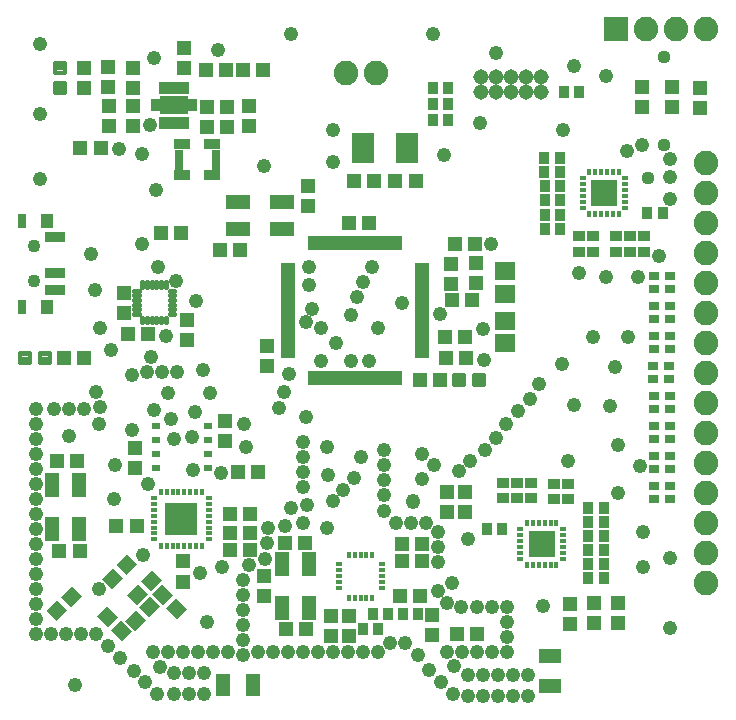
<source format=gts>
G75*
%MOIN*%
%OFA0B0*%
%FSLAX25Y25*%
%IPPOS*%
%LPD*%
%AMOC8*
5,1,8,0,0,1.08239X$1,22.5*
%
%ADD10R,0.04737X0.05131*%
%ADD11R,0.05131X0.04737*%
%ADD12R,0.02953X0.06693*%
%ADD13R,0.05315X0.03543*%
%ADD14R,0.06706X0.05918*%
%ADD15C,0.01421*%
%ADD16R,0.05131X0.01922*%
%ADD17R,0.01922X0.05131*%
%ADD18R,0.01969X0.04146*%
%ADD19R,0.03556X0.01902*%
%ADD20R,0.09448X0.06496*%
%ADD21R,0.07493X0.10249*%
%ADD22R,0.08280X0.05131*%
%ADD23C,0.08200*%
%ADD24R,0.04737X0.07493*%
%ADD25R,0.07493X0.04737*%
%ADD26R,0.03556X0.04343*%
%ADD27R,0.05131X0.08280*%
%ADD28R,0.03162X0.02375*%
%ADD29C,0.01706*%
%ADD30R,0.06706X0.03556*%
%ADD31R,0.03162X0.04737*%
%ADD32R,0.03950X0.04737*%
%ADD33C,0.04343*%
%ADD34R,0.02375X0.01784*%
%ADD35R,0.01784X0.02375*%
%ADD36R,0.10800X0.10800*%
%ADD37C,0.05162*%
%ADD38R,0.03753X0.02572*%
%ADD39R,0.08674X0.08674*%
%ADD40R,0.04343X0.03556*%
%ADD41R,0.08200X0.08200*%
%ADD42C,0.04762*%
%ADD43C,0.04369*%
D10*
X0110200Y0086154D03*
X0110200Y0092846D03*
X0137000Y0088046D03*
X0137000Y0081354D03*
X0159400Y0074546D03*
X0165400Y0074546D03*
X0165400Y0067854D03*
X0159400Y0067854D03*
X0193100Y0068454D03*
X0193100Y0075146D03*
X0198100Y0109354D03*
X0204200Y0109454D03*
X0204200Y0116146D03*
X0198100Y0116046D03*
X0239000Y0078546D03*
X0239000Y0071854D03*
X0247000Y0072254D03*
X0247000Y0078946D03*
X0255000Y0078946D03*
X0255000Y0072254D03*
X0207900Y0185554D03*
X0207900Y0192246D03*
X0199400Y0192046D03*
X0199400Y0185354D03*
X0151700Y0211454D03*
X0151700Y0218146D03*
X0132100Y0237854D03*
X0132100Y0244546D03*
X0124900Y0244446D03*
X0124900Y0237754D03*
X0118200Y0237554D03*
X0118200Y0244246D03*
X0110600Y0257254D03*
X0110600Y0263946D03*
X0093500Y0257246D03*
X0093500Y0250554D03*
X0085000Y0250854D03*
X0085000Y0257546D03*
X0077000Y0257446D03*
X0077000Y0250754D03*
X0085400Y0244546D03*
X0085400Y0237854D03*
X0093500Y0238054D03*
X0093500Y0244746D03*
X0090500Y0182446D03*
X0090500Y0175754D03*
X0111500Y0173346D03*
X0111500Y0166654D03*
X0138000Y0164546D03*
X0138000Y0157854D03*
X0124200Y0139646D03*
X0124200Y0132954D03*
X0094000Y0130646D03*
X0094000Y0123954D03*
X0263200Y0244254D03*
X0273200Y0244354D03*
X0273200Y0251046D03*
X0263200Y0250946D03*
X0282500Y0250546D03*
X0282500Y0243854D03*
D11*
X0207546Y0198500D03*
X0200854Y0198500D03*
X0199854Y0179900D03*
X0206546Y0179900D03*
X0204146Y0167600D03*
X0197454Y0167600D03*
X0197654Y0160700D03*
X0204346Y0160700D03*
X0195846Y0153200D03*
X0189154Y0153200D03*
X0172246Y0205800D03*
X0165554Y0205800D03*
X0167054Y0219600D03*
X0173746Y0219600D03*
X0180954Y0219600D03*
X0187646Y0219600D03*
X0136846Y0256700D03*
X0130154Y0256700D03*
X0124446Y0256700D03*
X0117754Y0256700D03*
X0082646Y0230600D03*
X0075954Y0230600D03*
X0102754Y0202400D03*
X0109446Y0202400D03*
X0122354Y0196600D03*
X0129046Y0196600D03*
X0098346Y0168700D03*
X0091654Y0168700D03*
X0077246Y0160500D03*
X0070554Y0160500D03*
X0068254Y0126300D03*
X0074946Y0126300D03*
X0087954Y0104600D03*
X0094646Y0104600D03*
G36*
X0087978Y0091727D02*
X0091605Y0095354D01*
X0094954Y0092005D01*
X0091327Y0088378D01*
X0087978Y0091727D01*
G37*
G36*
X0083246Y0086995D02*
X0086873Y0090622D01*
X0090222Y0087273D01*
X0086595Y0083646D01*
X0083246Y0086995D01*
G37*
G36*
X0069378Y0081027D02*
X0073005Y0084654D01*
X0076354Y0081305D01*
X0072727Y0077678D01*
X0069378Y0081027D01*
G37*
G36*
X0064646Y0076295D02*
X0068273Y0079922D01*
X0071622Y0076573D01*
X0067995Y0072946D01*
X0064646Y0076295D01*
G37*
X0068954Y0096300D03*
X0075646Y0096300D03*
G36*
X0091346Y0081595D02*
X0094973Y0085222D01*
X0098322Y0081873D01*
X0094695Y0078246D01*
X0091346Y0081595D01*
G37*
G36*
X0102454Y0078105D02*
X0098827Y0074478D01*
X0095478Y0077827D01*
X0099105Y0081454D01*
X0102454Y0078105D01*
G37*
G36*
X0103373Y0078478D02*
X0099746Y0082105D01*
X0103095Y0085454D01*
X0106722Y0081827D01*
X0103373Y0078478D01*
G37*
G36*
X0108105Y0073746D02*
X0104478Y0077373D01*
X0107827Y0080722D01*
X0111454Y0077095D01*
X0108105Y0073746D01*
G37*
G36*
X0096078Y0086327D02*
X0099705Y0089954D01*
X0103054Y0086605D01*
X0099427Y0082978D01*
X0096078Y0086327D01*
G37*
G36*
X0097722Y0073373D02*
X0094095Y0069746D01*
X0090746Y0073095D01*
X0094373Y0076722D01*
X0097722Y0073373D01*
G37*
G36*
X0089427Y0073222D02*
X0093054Y0069595D01*
X0089705Y0066246D01*
X0086078Y0069873D01*
X0089427Y0073222D01*
G37*
G36*
X0084695Y0077954D02*
X0088322Y0074327D01*
X0084973Y0070978D01*
X0081346Y0074605D01*
X0084695Y0077954D01*
G37*
X0125754Y0096600D03*
X0125754Y0102400D03*
X0125754Y0108500D03*
X0132446Y0108500D03*
X0132446Y0102400D03*
X0132446Y0096600D03*
X0144254Y0099100D03*
X0150946Y0099100D03*
X0135046Y0122700D03*
X0128354Y0122700D03*
X0144354Y0070300D03*
X0151046Y0070300D03*
X0182554Y0081300D03*
X0189246Y0081300D03*
X0189846Y0093100D03*
X0189846Y0098800D03*
X0183154Y0098800D03*
X0183154Y0093100D03*
X0201354Y0068500D03*
X0208046Y0068500D03*
D12*
X0121101Y0226800D03*
X0108699Y0226800D03*
D13*
X0109880Y0221682D03*
X0119920Y0221682D03*
X0119920Y0231918D03*
X0109880Y0231918D03*
D14*
X0217500Y0189540D03*
X0217500Y0182060D03*
X0217400Y0173040D03*
X0217400Y0165560D03*
D15*
X0207295Y0154858D02*
X0207295Y0151542D01*
X0207295Y0154858D02*
X0210611Y0154858D01*
X0210611Y0151542D01*
X0207295Y0151542D01*
X0207295Y0152962D02*
X0210611Y0152962D01*
X0210611Y0154382D02*
X0207295Y0154382D01*
X0200389Y0154858D02*
X0200389Y0151542D01*
X0200389Y0154858D02*
X0203705Y0154858D01*
X0203705Y0151542D01*
X0200389Y0151542D01*
X0200389Y0152962D02*
X0203705Y0152962D01*
X0203705Y0154382D02*
X0200389Y0154382D01*
X0070858Y0252205D02*
X0067542Y0252205D01*
X0070858Y0252205D02*
X0070858Y0248889D01*
X0067542Y0248889D01*
X0067542Y0252205D01*
X0067542Y0250309D02*
X0070858Y0250309D01*
X0070858Y0251729D02*
X0067542Y0251729D01*
X0067542Y0259111D02*
X0070858Y0259111D01*
X0070858Y0255795D01*
X0067542Y0255795D01*
X0067542Y0259111D01*
X0067542Y0257215D02*
X0070858Y0257215D01*
X0070858Y0258635D02*
X0067542Y0258635D01*
X0065911Y0162358D02*
X0065911Y0159042D01*
X0062595Y0159042D01*
X0062595Y0162358D01*
X0065911Y0162358D01*
X0065911Y0160462D02*
X0062595Y0160462D01*
X0062595Y0161882D02*
X0065911Y0161882D01*
X0059005Y0162358D02*
X0059005Y0159042D01*
X0055689Y0159042D01*
X0055689Y0162358D01*
X0059005Y0162358D01*
X0059005Y0160462D02*
X0055689Y0160462D01*
X0055689Y0161882D02*
X0059005Y0161882D01*
D16*
X0145059Y0161636D03*
X0145059Y0163605D03*
X0145059Y0165573D03*
X0145059Y0167542D03*
X0145059Y0169510D03*
X0145059Y0171479D03*
X0145059Y0173447D03*
X0145059Y0175416D03*
X0145059Y0177384D03*
X0145059Y0179353D03*
X0145059Y0181321D03*
X0145059Y0183290D03*
X0145059Y0185258D03*
X0145059Y0187227D03*
X0145059Y0189195D03*
X0145059Y0191164D03*
X0189941Y0191164D03*
X0189941Y0189195D03*
X0189941Y0187227D03*
X0189941Y0185258D03*
X0189941Y0183290D03*
X0189941Y0181321D03*
X0189941Y0179353D03*
X0189941Y0177384D03*
X0189941Y0175416D03*
X0189941Y0173447D03*
X0189941Y0171479D03*
X0189941Y0169510D03*
X0189941Y0167542D03*
X0189941Y0165573D03*
X0189941Y0163605D03*
X0189941Y0161636D03*
D17*
X0182264Y0153959D03*
X0180295Y0153959D03*
X0178327Y0153959D03*
X0176358Y0153959D03*
X0174390Y0153959D03*
X0172421Y0153959D03*
X0170453Y0153959D03*
X0168484Y0153959D03*
X0166516Y0153959D03*
X0164547Y0153959D03*
X0162579Y0153959D03*
X0160610Y0153959D03*
X0158642Y0153959D03*
X0156673Y0153959D03*
X0154705Y0153959D03*
X0152736Y0153959D03*
X0152736Y0198841D03*
X0154705Y0198841D03*
X0156673Y0198841D03*
X0158642Y0198841D03*
X0160610Y0198841D03*
X0162579Y0198841D03*
X0164547Y0198841D03*
X0166516Y0198841D03*
X0168484Y0198841D03*
X0170453Y0198841D03*
X0172421Y0198841D03*
X0174390Y0198841D03*
X0176358Y0198841D03*
X0178327Y0198841D03*
X0180295Y0198841D03*
X0182264Y0198841D03*
D18*
X0111137Y0239093D03*
X0109169Y0239093D03*
X0107200Y0239093D03*
X0105231Y0239093D03*
X0103263Y0239093D03*
X0103263Y0250707D03*
X0105231Y0250707D03*
X0107200Y0250707D03*
X0109169Y0250707D03*
X0111137Y0250707D03*
D19*
X0113106Y0245884D03*
X0113106Y0243916D03*
X0101294Y0243916D03*
X0101294Y0245884D03*
D20*
X0107200Y0244900D03*
D21*
X0170117Y0230600D03*
X0184683Y0230600D03*
D22*
X0142983Y0212628D03*
X0142983Y0203572D03*
X0128417Y0203572D03*
X0128417Y0212628D03*
D23*
X0164300Y0255800D03*
X0174300Y0255800D03*
X0264600Y0270400D03*
X0274600Y0270400D03*
X0284600Y0270400D03*
X0284400Y0225800D03*
X0284400Y0215800D03*
X0284400Y0205800D03*
X0284400Y0195800D03*
X0284400Y0185800D03*
X0284400Y0175800D03*
X0284400Y0165800D03*
X0284400Y0155800D03*
X0284400Y0145800D03*
X0284400Y0135800D03*
X0284400Y0125800D03*
X0284400Y0115800D03*
X0284400Y0105800D03*
X0284400Y0095800D03*
X0284400Y0085800D03*
D24*
X0133321Y0051800D03*
X0123479Y0051800D03*
D25*
X0232600Y0051479D03*
X0232600Y0061321D03*
D26*
X0245241Y0087400D03*
X0245241Y0092100D03*
X0245241Y0096800D03*
X0245241Y0101400D03*
X0245241Y0106000D03*
X0245241Y0110500D03*
X0250359Y0110500D03*
X0250359Y0106000D03*
X0250359Y0101400D03*
X0250359Y0096800D03*
X0250359Y0092100D03*
X0250359Y0087400D03*
X0216459Y0103500D03*
X0211341Y0103500D03*
X0188559Y0075200D03*
X0183441Y0075200D03*
X0178459Y0075200D03*
X0173341Y0075200D03*
X0175259Y0070400D03*
X0170141Y0070400D03*
X0230641Y0203600D03*
X0230641Y0208400D03*
X0230641Y0213200D03*
X0230641Y0217900D03*
X0230541Y0222700D03*
X0230541Y0227300D03*
X0235659Y0227300D03*
X0235659Y0222700D03*
X0235759Y0217900D03*
X0235759Y0213200D03*
X0235759Y0208400D03*
X0235759Y0203600D03*
X0264941Y0209000D03*
X0270059Y0209000D03*
X0242159Y0249200D03*
X0237041Y0249200D03*
X0198559Y0250500D03*
X0198559Y0245400D03*
X0193441Y0245400D03*
X0193441Y0250500D03*
X0193441Y0239900D03*
X0198559Y0239900D03*
D27*
X0075628Y0118183D03*
X0066572Y0118183D03*
X0066572Y0103617D03*
X0075628Y0103617D03*
X0143072Y0091883D03*
X0152128Y0091883D03*
X0152128Y0077317D03*
X0143072Y0077317D03*
D28*
X0118561Y0123913D03*
X0118561Y0128638D03*
X0118561Y0133362D03*
X0118561Y0138087D03*
X0101239Y0138087D03*
X0101239Y0133362D03*
X0101239Y0128638D03*
X0101239Y0123913D03*
D29*
X0101287Y0172566D02*
X0101287Y0174022D01*
X0099713Y0174022D02*
X0099713Y0172566D01*
X0098138Y0172566D02*
X0098138Y0174022D01*
X0096563Y0174022D02*
X0096563Y0172566D01*
X0095322Y0175263D02*
X0093866Y0175263D01*
X0093866Y0176838D02*
X0095322Y0176838D01*
X0095322Y0178413D02*
X0093866Y0178413D01*
X0093866Y0179987D02*
X0095322Y0179987D01*
X0095322Y0181562D02*
X0093866Y0181562D01*
X0093866Y0183137D02*
X0095322Y0183137D01*
X0096563Y0184378D02*
X0096563Y0185834D01*
X0098138Y0185834D02*
X0098138Y0184378D01*
X0099713Y0184378D02*
X0099713Y0185834D01*
X0101287Y0185834D02*
X0101287Y0184378D01*
X0102862Y0184378D02*
X0102862Y0185834D01*
X0104437Y0185834D02*
X0104437Y0184378D01*
X0105678Y0183137D02*
X0107134Y0183137D01*
X0107134Y0181562D02*
X0105678Y0181562D01*
X0105678Y0179987D02*
X0107134Y0179987D01*
X0107134Y0178413D02*
X0105678Y0178413D01*
X0105678Y0176838D02*
X0107134Y0176838D01*
X0107134Y0175263D02*
X0105678Y0175263D01*
X0104437Y0174022D02*
X0104437Y0172566D01*
X0102862Y0172566D02*
X0102862Y0174022D01*
D30*
X0067390Y0183242D03*
X0067390Y0189147D03*
X0067390Y0200958D03*
D31*
X0056563Y0206470D03*
X0056563Y0177730D03*
D32*
X0064831Y0177730D03*
X0064831Y0206470D03*
D33*
X0060500Y0198006D03*
X0060500Y0186194D03*
D34*
X0100545Y0113990D03*
X0100545Y0112021D03*
X0100545Y0110053D03*
X0100545Y0108084D03*
X0100545Y0106116D03*
X0100545Y0104147D03*
X0100545Y0102179D03*
X0100545Y0100210D03*
X0118655Y0100210D03*
X0118655Y0102179D03*
X0118655Y0104147D03*
X0118655Y0106116D03*
X0118655Y0108084D03*
X0118655Y0110053D03*
X0118655Y0112021D03*
X0118655Y0113990D03*
X0162213Y0091837D03*
X0162213Y0089869D03*
X0162213Y0087900D03*
X0162213Y0085931D03*
X0162213Y0083963D03*
X0176387Y0083963D03*
X0176387Y0085931D03*
X0176387Y0087900D03*
X0176387Y0089869D03*
X0176387Y0091837D03*
X0222613Y0093679D03*
X0222613Y0095647D03*
X0222613Y0097616D03*
X0222613Y0099584D03*
X0222613Y0101553D03*
X0222613Y0103521D03*
X0236787Y0103521D03*
X0236787Y0101553D03*
X0236787Y0099584D03*
X0236787Y0097616D03*
X0236787Y0095647D03*
X0236787Y0093679D03*
X0243313Y0210679D03*
X0243313Y0212647D03*
X0243313Y0214616D03*
X0243313Y0216584D03*
X0243313Y0218553D03*
X0243313Y0220521D03*
X0257487Y0220521D03*
X0257487Y0218553D03*
X0257487Y0216584D03*
X0257487Y0214616D03*
X0257487Y0212647D03*
X0257487Y0210679D03*
D35*
X0255321Y0208513D03*
X0253353Y0208513D03*
X0251384Y0208513D03*
X0249416Y0208513D03*
X0247447Y0208513D03*
X0245479Y0208513D03*
X0245479Y0222687D03*
X0247447Y0222687D03*
X0249416Y0222687D03*
X0251384Y0222687D03*
X0253353Y0222687D03*
X0255321Y0222687D03*
X0234621Y0105687D03*
X0232653Y0105687D03*
X0230684Y0105687D03*
X0228716Y0105687D03*
X0226747Y0105687D03*
X0224779Y0105687D03*
X0224779Y0091513D03*
X0226747Y0091513D03*
X0228716Y0091513D03*
X0230684Y0091513D03*
X0232653Y0091513D03*
X0234621Y0091513D03*
X0173237Y0094987D03*
X0171269Y0094987D03*
X0169300Y0094987D03*
X0167331Y0094987D03*
X0165363Y0094987D03*
X0165363Y0080813D03*
X0167331Y0080813D03*
X0169300Y0080813D03*
X0171269Y0080813D03*
X0173237Y0080813D03*
X0116490Y0098045D03*
X0114521Y0098045D03*
X0112553Y0098045D03*
X0110584Y0098045D03*
X0108616Y0098045D03*
X0106647Y0098045D03*
X0104679Y0098045D03*
X0102710Y0098045D03*
X0102710Y0116155D03*
X0104679Y0116155D03*
X0106647Y0116155D03*
X0108616Y0116155D03*
X0110584Y0116155D03*
X0112553Y0116155D03*
X0114521Y0116155D03*
X0116490Y0116155D03*
D36*
X0109600Y0107100D03*
D37*
X0209500Y0249200D03*
X0209500Y0254200D03*
X0214500Y0254200D03*
X0214500Y0249200D03*
X0219500Y0249200D03*
X0219500Y0254200D03*
X0224500Y0254200D03*
X0224500Y0249200D03*
X0229500Y0249200D03*
X0229500Y0254200D03*
D38*
X0267023Y0188083D03*
X0267023Y0183517D03*
X0272377Y0183517D03*
X0272377Y0183556D03*
X0272377Y0188083D03*
X0272377Y0178083D03*
X0272377Y0173556D03*
X0272377Y0173517D03*
X0267023Y0173517D03*
X0267023Y0178083D03*
X0267023Y0168083D03*
X0267023Y0163517D03*
X0272377Y0163517D03*
X0272377Y0163556D03*
X0272377Y0168083D03*
X0272277Y0158083D03*
X0272277Y0153556D03*
X0272277Y0153517D03*
X0266923Y0153517D03*
X0266923Y0158083D03*
X0267023Y0148083D03*
X0267023Y0143517D03*
X0272377Y0143517D03*
X0272377Y0143556D03*
X0272377Y0148083D03*
X0272377Y0138083D03*
X0272377Y0133556D03*
X0272377Y0133517D03*
X0267023Y0133517D03*
X0267023Y0138083D03*
X0267023Y0128083D03*
X0267023Y0123517D03*
X0272377Y0123517D03*
X0272377Y0123556D03*
X0272377Y0128083D03*
X0272377Y0118083D03*
X0272377Y0113556D03*
X0272377Y0113517D03*
X0267023Y0113517D03*
X0267023Y0118083D03*
D39*
X0229700Y0098600D03*
X0250400Y0215600D03*
D40*
X0246800Y0201259D03*
X0242100Y0201259D03*
X0242100Y0196141D03*
X0246800Y0196141D03*
X0254600Y0196141D03*
X0259200Y0196141D03*
X0263800Y0196141D03*
X0263800Y0201259D03*
X0259200Y0201259D03*
X0254600Y0201259D03*
X0238500Y0118659D03*
X0233800Y0118659D03*
X0233800Y0113541D03*
X0238500Y0113541D03*
X0226200Y0114041D03*
X0221500Y0114041D03*
X0216800Y0114041D03*
X0216800Y0119159D03*
X0221500Y0119159D03*
X0226200Y0119159D03*
D41*
X0254600Y0270400D03*
D42*
X0061100Y0068500D03*
X0061100Y0073500D03*
X0061100Y0078500D03*
X0061100Y0083500D03*
X0061100Y0088500D03*
X0061100Y0093500D03*
X0061100Y0098500D03*
X0061100Y0103500D03*
X0061100Y0108500D03*
X0061100Y0113500D03*
X0061100Y0118500D03*
X0061100Y0123500D03*
X0061100Y0128500D03*
X0061100Y0133500D03*
X0061100Y0138500D03*
X0061100Y0143500D03*
X0067100Y0143500D03*
X0072100Y0143500D03*
X0077100Y0143500D03*
X0082500Y0144200D03*
X0081100Y0149400D03*
X0082100Y0138500D03*
X0072200Y0134700D03*
X0087600Y0125000D03*
X0087100Y0113500D03*
X0098600Y0118600D03*
X0109600Y0107100D03*
X0096800Y0094900D03*
X0082100Y0083500D03*
X0081100Y0068500D03*
X0076100Y0068500D03*
X0071100Y0068500D03*
X0066100Y0068500D03*
X0074000Y0051500D03*
X0085100Y0064500D03*
X0089100Y0060500D03*
X0093900Y0056300D03*
X0097600Y0052500D03*
X0101500Y0048800D03*
X0107100Y0048500D03*
X0112100Y0048500D03*
X0117100Y0048500D03*
X0117100Y0055500D03*
X0112100Y0055500D03*
X0107100Y0055500D03*
X0102600Y0057500D03*
X0100100Y0062500D03*
X0105100Y0062500D03*
X0110100Y0062500D03*
X0115100Y0062500D03*
X0120100Y0062500D03*
X0125100Y0062500D03*
X0130100Y0061500D03*
X0130100Y0066500D03*
X0130100Y0071500D03*
X0130100Y0076500D03*
X0130100Y0081500D03*
X0130100Y0086500D03*
X0132100Y0091500D03*
X0137600Y0093500D03*
X0138100Y0099000D03*
X0138600Y0104000D03*
X0144100Y0104500D03*
X0150100Y0105500D03*
X0151600Y0111500D03*
X0146100Y0110500D03*
X0150100Y0117500D03*
X0150100Y0122500D03*
X0150100Y0127500D03*
X0150100Y0132500D03*
X0151100Y0141000D03*
X0158100Y0131000D03*
X0158600Y0121500D03*
X0163600Y0116500D03*
X0160100Y0113000D03*
X0158100Y0104000D03*
X0167100Y0120500D03*
X0169600Y0127500D03*
X0177100Y0125000D03*
X0177100Y0120000D03*
X0177100Y0115000D03*
X0177100Y0109500D03*
X0181100Y0105500D03*
X0186100Y0105500D03*
X0191100Y0105500D03*
X0195100Y0102500D03*
X0195100Y0097500D03*
X0195100Y0092500D03*
X0199800Y0085800D03*
X0195100Y0083000D03*
X0198100Y0079000D03*
X0202900Y0077600D03*
X0208100Y0077500D03*
X0213100Y0077500D03*
X0218100Y0077500D03*
X0218100Y0072500D03*
X0218100Y0067500D03*
X0218100Y0062500D03*
X0213100Y0062500D03*
X0208100Y0062500D03*
X0203100Y0062500D03*
X0198100Y0062500D03*
X0200600Y0058000D03*
X0205100Y0055000D03*
X0210100Y0055000D03*
X0215100Y0055000D03*
X0220100Y0055000D03*
X0225100Y0055000D03*
X0225100Y0048100D03*
X0220100Y0048100D03*
X0215100Y0048100D03*
X0210100Y0048100D03*
X0205100Y0048100D03*
X0200100Y0048500D03*
X0196100Y0052500D03*
X0192100Y0056500D03*
X0188600Y0061500D03*
X0184100Y0065500D03*
X0179100Y0065500D03*
X0175100Y0062500D03*
X0170100Y0062500D03*
X0165100Y0062500D03*
X0160100Y0062500D03*
X0155100Y0062500D03*
X0150100Y0062500D03*
X0145100Y0062500D03*
X0140100Y0062500D03*
X0135100Y0062500D03*
X0118000Y0072800D03*
X0115800Y0088900D03*
X0123100Y0091000D03*
X0122800Y0122200D03*
X0113300Y0123300D03*
X0113200Y0134200D03*
X0107100Y0133700D03*
X0106200Y0140300D03*
X0114200Y0142600D03*
X0119100Y0149000D03*
X0116700Y0156500D03*
X0108100Y0156000D03*
X0103100Y0156000D03*
X0098100Y0156000D03*
X0093100Y0155000D03*
X0099300Y0161100D03*
X0104500Y0168000D03*
X0114500Y0179800D03*
X0107900Y0186300D03*
X0101700Y0191000D03*
X0096600Y0198600D03*
X0079600Y0195400D03*
X0080800Y0183400D03*
X0082600Y0170500D03*
X0086000Y0163300D03*
X0105100Y0149000D03*
X0100300Y0143400D03*
X0093200Y0136700D03*
X0130500Y0138600D03*
X0131100Y0131000D03*
X0142100Y0144000D03*
X0143700Y0149400D03*
X0145300Y0155200D03*
X0156100Y0159500D03*
X0161100Y0165500D03*
X0156100Y0170500D03*
X0151100Y0172500D03*
X0153100Y0177000D03*
X0152100Y0185000D03*
X0152100Y0191000D03*
X0170100Y0186000D03*
X0168100Y0181000D03*
X0166100Y0175000D03*
X0175000Y0170500D03*
X0183100Y0179000D03*
X0195700Y0175300D03*
X0210100Y0170300D03*
X0210600Y0159900D03*
X0228800Y0152000D03*
X0225800Y0147000D03*
X0221700Y0142900D03*
X0217900Y0138600D03*
X0214300Y0134100D03*
X0210700Y0129900D03*
X0205900Y0126400D03*
X0202000Y0123000D03*
X0193700Y0124900D03*
X0189700Y0128800D03*
X0189700Y0120200D03*
X0186800Y0112900D03*
X0186900Y0112800D03*
X0177100Y0130000D03*
X0205100Y0100200D03*
X0229600Y0098500D03*
X0230100Y0078100D03*
X0263600Y0091000D03*
X0272500Y0094000D03*
X0263600Y0102500D03*
X0255100Y0115500D03*
X0262600Y0124500D03*
X0255100Y0131500D03*
X0252600Y0144500D03*
X0240600Y0145000D03*
X0254100Y0157500D03*
X0258300Y0167600D03*
X0246800Y0167500D03*
X0236600Y0158500D03*
X0242200Y0189100D03*
X0251200Y0187700D03*
X0261800Y0187500D03*
X0268900Y0194500D03*
X0272600Y0213500D03*
X0272600Y0221000D03*
X0272600Y0227000D03*
X0263100Y0231500D03*
X0258100Y0229500D03*
X0250100Y0215500D03*
X0236800Y0236700D03*
X0251100Y0254700D03*
X0240500Y0258000D03*
X0214600Y0262200D03*
X0193400Y0268700D03*
X0209100Y0239000D03*
X0197200Y0228300D03*
X0212800Y0198600D03*
X0173100Y0191000D03*
X0172100Y0159500D03*
X0166100Y0159500D03*
X0101100Y0216500D03*
X0096500Y0228500D03*
X0088800Y0230400D03*
X0099100Y0238200D03*
X0100300Y0260600D03*
X0121700Y0263400D03*
X0146000Y0268600D03*
X0160100Y0236500D03*
X0160100Y0226000D03*
X0137100Y0224500D03*
X0062400Y0220300D03*
X0062400Y0242100D03*
X0062400Y0265300D03*
X0238600Y0126200D03*
X0272600Y0070500D03*
D43*
X0265100Y0220500D03*
X0270600Y0231500D03*
X0270600Y0261000D03*
M02*

</source>
